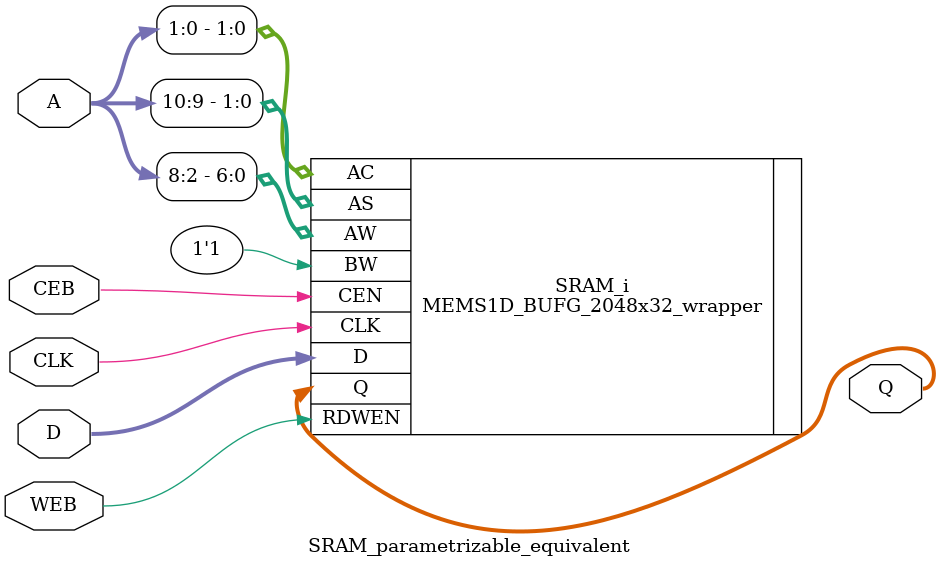
<source format=sv>
module SRAM_parametrizable_equivalent #(
parameter integer numWord=2048,
parameter integer numBit=32) (
                        CLK, CEB, WEB,
                        A, D, 
                        Q
);

// Define Parameter


parameter numWordAddr = $clog2(numWord);



// Mode Control   
// Normal Mode Input
input CLK;
input CEB;
input WEB;
input [numWordAddr-1:0] A;
input [numBit-1:0] D;
// Data Output
output reg [numBit-1:0] Q;

////// 
/*integer i;
reg [numBit-1:0] memory[numWord-1:0];

// Writing
always @(posedge CLK)
  begin
      if (CEB==0 && WEB==0)
        begin
          memory[A]<= D;
        end  
  end
  
 //Reading
 always @(posedge CLK)
  begin
    if (CEB==0 && WEB==1)
      begin
        Q <= memory[A];
      end
  end
*/

MEMS1D_BUFG_2048x32_wrapper SRAM_i
         (
            .CLK   ( CLK         ),
            .D     ( D           ),
            .AS    ( A[10:9]     ),
            .AW    ( A[8:2]      ),
            .AC    ( A[1:0]      ),
            .CEN   ( CEB         ),
            .RDWEN ( WEB         ),
            .BW    ( '1          ),
            .Q     ( Q           )
         );  
endmodule

</source>
